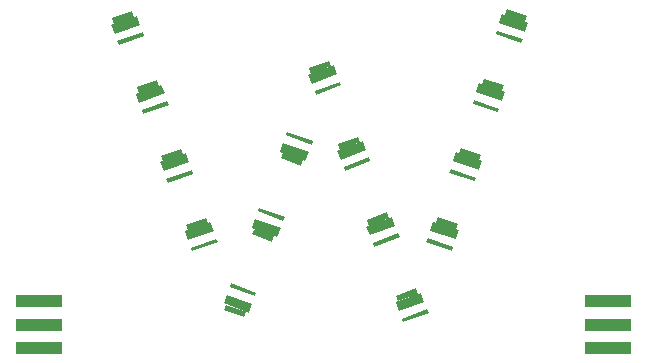
<source format=gts>
G04 #@! TF.FileFunction,Soldermask,Top*
%FSLAX46Y46*%
G04 Gerber Fmt 4.6, Leading zero omitted, Abs format (unit mm)*
G04 Created by KiCad (PCBNEW 4.0.0-rc2-stable) date 3/3/2016 3:48:47 PM*
%MOMM*%
G01*
G04 APERTURE LIST*
%ADD10C,0.150000*%
%ADD11R,4.000000X1.000000*%
%ADD12C,0.600000*%
G04 APERTURE END LIST*
D10*
G36*
X66384880Y-47570085D02*
X64698093Y-46941795D01*
X64872618Y-46473243D01*
X66559405Y-47101533D01*
X66384880Y-47570085D01*
X66384880Y-47570085D01*
G37*
G36*
X67313766Y-45792510D02*
X65158426Y-44989695D01*
X65270122Y-44689822D01*
X67425462Y-45492637D01*
X67313766Y-45792510D01*
X67313766Y-45792510D01*
G37*
G36*
X66793681Y-47188795D02*
X64638341Y-46385980D01*
X64917581Y-45636297D01*
X67072921Y-46439112D01*
X66793681Y-47188795D01*
X66793681Y-47188795D01*
G37*
G36*
X68777226Y-41147278D02*
X67090439Y-40518988D01*
X67264964Y-40050436D01*
X68951751Y-40678726D01*
X68777226Y-41147278D01*
X68777226Y-41147278D01*
G37*
G36*
X69706112Y-39369703D02*
X67550772Y-38566888D01*
X67662468Y-38267015D01*
X69817808Y-39069830D01*
X69706112Y-39369703D01*
X69706112Y-39369703D01*
G37*
G36*
X69186027Y-40765988D02*
X67030687Y-39963173D01*
X67309927Y-39213490D01*
X69465267Y-40016305D01*
X69186027Y-40765988D01*
X69186027Y-40765988D01*
G37*
G36*
X71169576Y-34724472D02*
X69482789Y-34096182D01*
X69657314Y-33627630D01*
X71344101Y-34255920D01*
X71169576Y-34724472D01*
X71169576Y-34724472D01*
G37*
G36*
X72098462Y-32946897D02*
X69943122Y-32144082D01*
X70054818Y-31844209D01*
X72210158Y-32647024D01*
X72098462Y-32946897D01*
X72098462Y-32946897D01*
G37*
G36*
X71578377Y-34343182D02*
X69423037Y-33540367D01*
X69702277Y-32790684D01*
X71857617Y-33593499D01*
X71578377Y-34343182D01*
X71578377Y-34343182D01*
G37*
G36*
X71869463Y-26471898D02*
X73549998Y-25827069D01*
X73729117Y-26293884D01*
X72048582Y-26938713D01*
X71869463Y-26471898D01*
X71869463Y-26471898D01*
G37*
G36*
X72348949Y-28419381D02*
X74496299Y-27595433D01*
X74610935Y-27894195D01*
X72463585Y-28718143D01*
X72348949Y-28419381D01*
X72348949Y-28419381D01*
G37*
G36*
X71815174Y-27028272D02*
X73962524Y-26204324D01*
X74249114Y-26951228D01*
X72101764Y-27775176D01*
X71815174Y-27028272D01*
X71815174Y-27028272D01*
G37*
G36*
X74333929Y-32894706D02*
X76014464Y-32249877D01*
X76193583Y-32716692D01*
X74513048Y-33361521D01*
X74333929Y-32894706D01*
X74333929Y-32894706D01*
G37*
G36*
X74813415Y-34842189D02*
X76960765Y-34018241D01*
X77075401Y-34317003D01*
X74928051Y-35140951D01*
X74813415Y-34842189D01*
X74813415Y-34842189D01*
G37*
G36*
X74279640Y-33451080D02*
X76426990Y-32627132D01*
X76713580Y-33374036D01*
X74566230Y-34197984D01*
X74279640Y-33451080D01*
X74279640Y-33451080D01*
G37*
G36*
X76798379Y-39317510D02*
X78478914Y-38672681D01*
X78658033Y-39139496D01*
X76977498Y-39784325D01*
X76798379Y-39317510D01*
X76798379Y-39317510D01*
G37*
G36*
X77277865Y-41264993D02*
X79425215Y-40441045D01*
X79539851Y-40739807D01*
X77392501Y-41563755D01*
X77277865Y-41264993D01*
X77277865Y-41264993D01*
G37*
G36*
X76744090Y-39873884D02*
X78891440Y-39049936D01*
X79178030Y-39796840D01*
X77030680Y-40620788D01*
X76744090Y-39873884D01*
X76744090Y-39873884D01*
G37*
G36*
X79262835Y-45740317D02*
X80943370Y-45095488D01*
X81122489Y-45562303D01*
X79441954Y-46207132D01*
X79262835Y-45740317D01*
X79262835Y-45740317D01*
G37*
G36*
X79742321Y-47687800D02*
X81889671Y-46863852D01*
X82004307Y-47162614D01*
X79856957Y-47986562D01*
X79742321Y-47687800D01*
X79742321Y-47687800D01*
G37*
G36*
X79208546Y-46296691D02*
X81355896Y-45472743D01*
X81642486Y-46219647D01*
X79495136Y-47043595D01*
X79208546Y-46296691D01*
X79208546Y-46296691D01*
G37*
G36*
X55215457Y-22239947D02*
X56911429Y-21636888D01*
X57078945Y-22107991D01*
X55382973Y-22711050D01*
X55215457Y-22239947D01*
X55215457Y-22239947D01*
G37*
G36*
X55646619Y-24198696D02*
X57813694Y-23428122D01*
X57920905Y-23729628D01*
X55753830Y-24500202D01*
X55646619Y-24198696D01*
X55646619Y-24198696D01*
G37*
G36*
X55147421Y-22794808D02*
X57314497Y-22024233D01*
X57582523Y-22777998D01*
X55415447Y-23548573D01*
X55147421Y-22794808D01*
X55147421Y-22794808D01*
G37*
G36*
X57287292Y-28066541D02*
X58983264Y-27463482D01*
X59150780Y-27934585D01*
X57454808Y-28537644D01*
X57287292Y-28066541D01*
X57287292Y-28066541D01*
G37*
G36*
X57718454Y-30025290D02*
X59885529Y-29254716D01*
X59992740Y-29556222D01*
X57825665Y-30326796D01*
X57718454Y-30025290D01*
X57718454Y-30025290D01*
G37*
G36*
X57219256Y-28621402D02*
X59386332Y-27850827D01*
X59654358Y-28604592D01*
X57487282Y-29375167D01*
X57219256Y-28621402D01*
X57219256Y-28621402D01*
G37*
G36*
X59359130Y-33893140D02*
X61055102Y-33290081D01*
X61222618Y-33761184D01*
X59526646Y-34364243D01*
X59359130Y-33893140D01*
X59359130Y-33893140D01*
G37*
G36*
X59790292Y-35851889D02*
X61957367Y-35081315D01*
X62064578Y-35382821D01*
X59897503Y-36153395D01*
X59790292Y-35851889D01*
X59790292Y-35851889D01*
G37*
G36*
X59291094Y-34448001D02*
X61458170Y-33677426D01*
X61726196Y-34431191D01*
X59559120Y-35201766D01*
X59291094Y-34448001D01*
X59291094Y-34448001D01*
G37*
G36*
X61430965Y-39719732D02*
X63126937Y-39116673D01*
X63294453Y-39587776D01*
X61598481Y-40190835D01*
X61430965Y-39719732D01*
X61430965Y-39719732D01*
G37*
G36*
X61862127Y-41678481D02*
X64029202Y-40907907D01*
X64136413Y-41209413D01*
X61969338Y-41979987D01*
X61862127Y-41678481D01*
X61862127Y-41678481D01*
G37*
G36*
X61362929Y-40274593D02*
X63530005Y-39504018D01*
X63798031Y-40257783D01*
X61630955Y-41028358D01*
X61362929Y-40274593D01*
X61362929Y-40274593D01*
G37*
G36*
X88641250Y-21489720D02*
X90348862Y-22058983D01*
X90190734Y-22533320D01*
X88483122Y-21964057D01*
X88641250Y-21489720D01*
X88641250Y-21489720D01*
G37*
G36*
X87774729Y-23298515D02*
X89956678Y-24025907D01*
X89855475Y-24329483D01*
X87673526Y-23602091D01*
X87774729Y-23298515D01*
X87774729Y-23298515D01*
G37*
G36*
X88245953Y-21884993D02*
X90427901Y-22612385D01*
X90174895Y-23371323D01*
X87992947Y-22643931D01*
X88245953Y-21884993D01*
X88245953Y-21884993D01*
G37*
G36*
X86688410Y-27347628D02*
X88396022Y-27916891D01*
X88237894Y-28391228D01*
X86530282Y-27821965D01*
X86688410Y-27347628D01*
X86688410Y-27347628D01*
G37*
G36*
X85821889Y-29156423D02*
X88003838Y-29883815D01*
X87902635Y-30187391D01*
X85720686Y-29459999D01*
X85821889Y-29156423D01*
X85821889Y-29156423D01*
G37*
G36*
X86293113Y-27742901D02*
X88475061Y-28470293D01*
X88222055Y-29229231D01*
X86040107Y-28501839D01*
X86293113Y-27742901D01*
X86293113Y-27742901D01*
G37*
G36*
X84735570Y-33205536D02*
X86443182Y-33774799D01*
X86285054Y-34249136D01*
X84577442Y-33679873D01*
X84735570Y-33205536D01*
X84735570Y-33205536D01*
G37*
G36*
X83869049Y-35014331D02*
X86050998Y-35741723D01*
X85949795Y-36045299D01*
X83767846Y-35317907D01*
X83869049Y-35014331D01*
X83869049Y-35014331D01*
G37*
G36*
X84340273Y-33600809D02*
X86522221Y-34328201D01*
X86269215Y-35087139D01*
X84087267Y-34359747D01*
X84340273Y-33600809D01*
X84340273Y-33600809D01*
G37*
G36*
X82782730Y-39063444D02*
X84490342Y-39632707D01*
X84332214Y-40107044D01*
X82624602Y-39537781D01*
X82782730Y-39063444D01*
X82782730Y-39063444D01*
G37*
G36*
X81916209Y-40872239D02*
X84098158Y-41599631D01*
X83996955Y-41903207D01*
X81815006Y-41175815D01*
X81916209Y-40872239D01*
X81916209Y-40872239D01*
G37*
G36*
X82387433Y-39458717D02*
X84569381Y-40186109D01*
X84316375Y-40945047D01*
X82134427Y-40217655D01*
X82387433Y-39458717D01*
X82387433Y-39458717D01*
G37*
D11*
X49020844Y-46192207D03*
X49020844Y-48192207D03*
X49020844Y-50192207D03*
D12*
X50020844Y-46192207D03*
X50020844Y-48192207D03*
X50020844Y-50192207D03*
D11*
X97224144Y-50192207D03*
X97224144Y-48192207D03*
X97224144Y-46192207D03*
D12*
X96224144Y-50192207D03*
X96224144Y-48192207D03*
X96224144Y-46192207D03*
M02*

</source>
